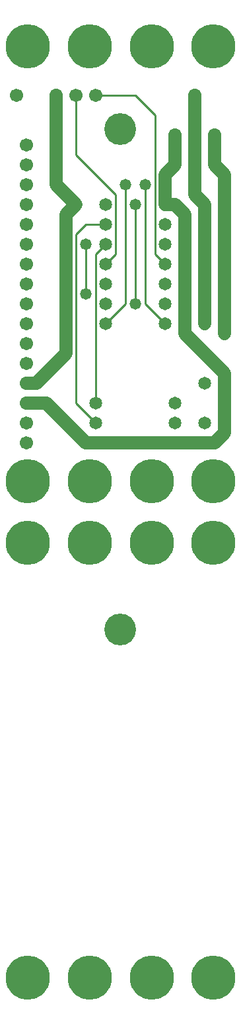
<source format=gtl>
%MOIN*%
%FSLAX25Y25*%
G04 D10 used for Character Trace; *
G04     Circle (OD=.01000) (No hole)*
G04 D11 used for Power Trace; *
G04     Circle (OD=.06700) (No hole)*
G04 D12 used for Signal Trace; *
G04     Circle (OD=.01100) (No hole)*
G04 D13 used for Via; *
G04     Circle (OD=.05800) (Round. Hole ID=.02800)*
G04 D14 used for Component hole; *
G04     Circle (OD=.06500) (Round. Hole ID=.03500)*
G04 D15 used for Component hole; *
G04     Circle (OD=.06700) (Round. Hole ID=.04300)*
G04 D16 used for Component hole; *
G04     Circle (OD=.08100) (Round. Hole ID=.05100)*
G04 D17 used for Component hole; *
G04     Circle (OD=.08900) (Round. Hole ID=.05900)*
G04 D18 used for Component hole; *
G04     Circle (OD=.11300) (Round. Hole ID=.08300)*
G04 D19 used for Component hole; *
G04     Circle (OD=.16000) (Round. Hole ID=.13000)*
G04 D20 used for Component hole; *
G04     Circle (OD=.18300) (Round. Hole ID=.15300)*
G04 D21 used for Component hole; *
G04     Circle (OD=.22291) (Round. Hole ID=.19291)*
%ADD10C,.01000*%
%ADD11C,.06700*%
%ADD12C,.01100*%
%ADD13C,.05800*%
%ADD14C,.06500*%
%ADD15C,.06700*%
%ADD16C,.08100*%
%ADD17C,.08900*%
%ADD18C,.11300*%
%ADD19C,.16000*%
%ADD20C,.18300*%
%ADD21C,.22291*%
%IPPOS*%
%LPD*%
G90*X0Y0D02*D21*X15625Y15625D03*X46875D03*        
X78125D03*X109375D03*D19*X62300Y190900D03*D21*    
X109375Y234375D03*X78125D03*X46875D03*X15625D03*  
X109375Y265625D03*X78125D03*X46875D03*X15625D03*  
D11*X45000Y285000D02*X110000D01*X45000D02*        
X25000Y305000D01*X15000D01*D15*D03*D11*Y315000D02*
X20000D01*D15*X15000D03*D11*X20000D02*            
X35000Y330000D01*Y400000D01*X40000Y405000D01*D13* 
D03*D11*X30000Y415000D01*Y460000D01*D15*D03*      
X40000D03*D12*Y430000D01*X60000Y410000D01*        
Y380000D01*X55000Y375000D01*D14*D03*D12*          
X50000Y305000D02*Y380000D01*D14*Y305000D03*D12*   
Y295000D02*X40000Y305000D01*D14*X50000Y295000D03* 
D12*X40000Y305000D02*Y390000D01*X45000Y395000D01* 
X55000D01*D14*D03*D13*X45000Y385000D03*D12*       
Y360000D01*D13*D03*D14*X55000Y355000D03*          
Y365000D03*Y345000D03*D12*X65000Y355000D01*       
Y415000D01*D13*D03*D14*X55000Y405000D03*D13*      
X75000Y415000D03*D12*Y355000D01*X85000Y345000D01* 
D14*D03*D11*X115000Y320000D02*X95000Y340000D01*   
X115000Y315000D02*Y320000D01*D14*Y315000D03*D11*  
Y295000D01*D14*D03*D11*Y290000D01*                
X110000Y285000D01*D14*X105000Y295000D03*          
X90000Y305000D03*Y295000D03*X105000Y315000D03*D13*
X115000Y340000D03*D11*Y420000D01*                 
X110000Y425000D01*D14*D03*D11*Y440000D01*D15*D03* 
X90000D03*D11*Y425000D01*D14*D03*D11*             
X85000Y420000D01*Y405000D01*D14*D03*D11*X90000D01*
X95000Y400000D01*Y340000D01*D13*X105000Y345000D03*
D11*Y405000D01*X100000Y410000D01*Y460000D01*D15*  
D03*D12*X80000Y380000D02*Y450000D01*              
X85000Y375000D02*X80000Y380000D01*D14*            
X85000Y375000D03*Y385000D03*Y365000D03*D13*       
X70000Y355000D03*D12*Y405000D01*D13*D03*D14*      
X85000Y395000D03*X55000Y385000D03*D12*            
X50000Y380000D01*D15*X15000Y415000D03*Y345000D03* 
D14*X85000Y355000D03*D15*X15000Y405000D03*        
Y395000D03*Y385000D03*Y375000D03*Y365000D03*      
Y355000D03*Y335000D03*Y425000D03*Y325000D03*      
Y435000D03*D19*X62300Y442900D03*D12*              
X80000Y450000D02*X70000Y460000D01*X50000D01*D15*  
D03*D21*X46875Y484375D03*X78125D03*X15625D03*D15* 
X10000Y460000D03*D21*X109375Y484375D03*D15*       
X15000Y295000D03*Y285000D03*M02*                  

</source>
